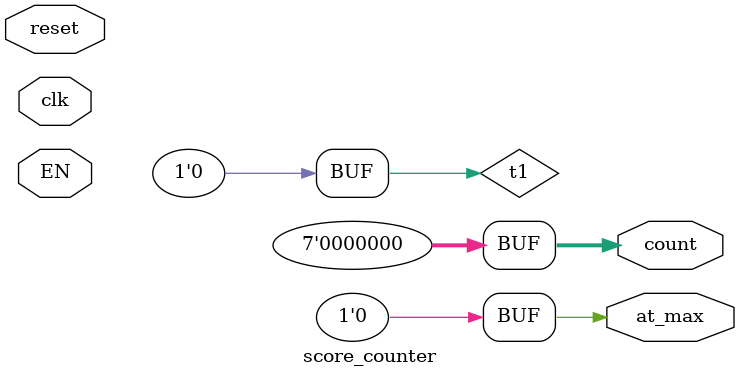
<source format=sv>
`timescale 1ns / 1ps


module score_counter(
    input clk,
    input reset,
    input EN,
    output logic [6:0] count = 0,
    output logic at_max = 0
    );
    
    logic t1 = 0;
    
    n_bit_counter#(6) counter ( .clk(clk), .reset(t1 | reset), .EN(EN), .UP(1), .LD(0), .D('0), .count(count) );
    
    always_comb
    begin
        if (count == 99)
            begin
                at_max = 1;
                t1 = 0;
            end
        else if (count == 100)
            begin
                at_max = 0;
                t1 = 1;
            end
        else
            begin
                at_max = 0;
                t1 = 0;
            end
    
    end
    
endmodule

</source>
